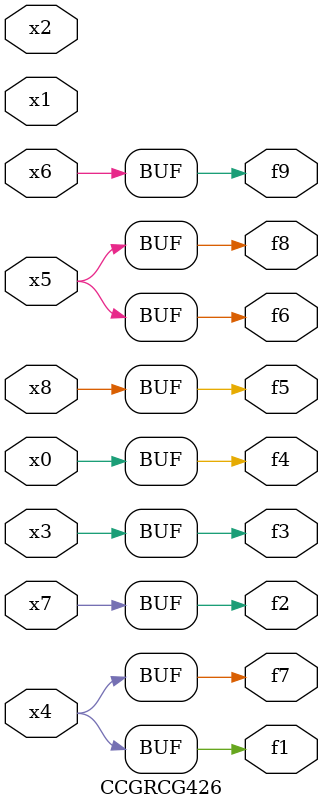
<source format=v>
module CCGRCG426(
	input x0, x1, x2, x3, x4, x5, x6, x7, x8,
	output f1, f2, f3, f4, f5, f6, f7, f8, f9
);
	assign f1 = x4;
	assign f2 = x7;
	assign f3 = x3;
	assign f4 = x0;
	assign f5 = x8;
	assign f6 = x5;
	assign f7 = x4;
	assign f8 = x5;
	assign f9 = x6;
endmodule

</source>
